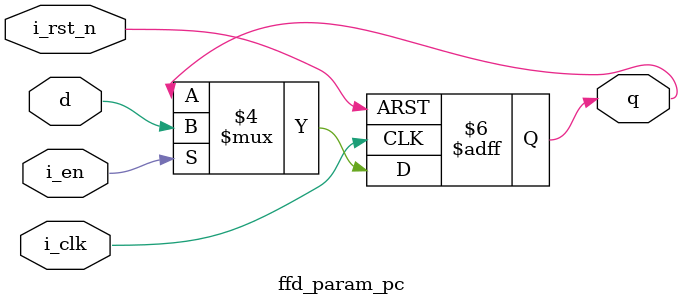
<source format=sv>

module ffd_param_pc #(parameter LENGTH=1)(
	//inputs
	input i_clk,
	input i_rst_n,
	input i_en,
	input [LENGTH-1:0] d,
	//outputs
	output reg[LENGTH-1:0] q
);

//Parametrized flip flop with synchronous reset and enable signal
always@(posedge i_clk, negedge i_rst_n)
begin
	if(!i_rst_n)
		q <= 32'h400_000;  //Default risk-v address 32'h400_000
	else if(i_en)
		q <= d;
	else
		q <= q;
end

endmodule
</source>
